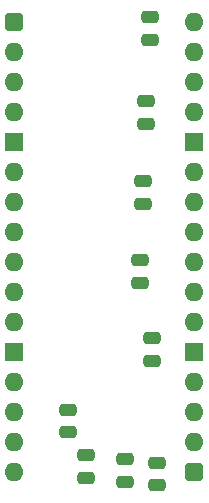
<source format=gbs>
%TF.GenerationSoftware,KiCad,Pcbnew,8.0.2*%
%TF.CreationDate,2024-06-06T18:43:39+02:00*%
%TF.ProjectId,HCP65 MPU Timer,48435036-3520-44d5-9055-2054696d6572,V1*%
%TF.SameCoordinates,PX54c81a0PY37b6b20*%
%TF.FileFunction,Soldermask,Bot*%
%TF.FilePolarity,Negative*%
%FSLAX46Y46*%
G04 Gerber Fmt 4.6, Leading zero omitted, Abs format (unit mm)*
G04 Created by KiCad (PCBNEW 8.0.2) date 2024-06-06 18:43:39*
%MOMM*%
%LPD*%
G01*
G04 APERTURE LIST*
G04 Aperture macros list*
%AMRoundRect*
0 Rectangle with rounded corners*
0 $1 Rounding radius*
0 $2 $3 $4 $5 $6 $7 $8 $9 X,Y pos of 4 corners*
0 Add a 4 corners polygon primitive as box body*
4,1,4,$2,$3,$4,$5,$6,$7,$8,$9,$2,$3,0*
0 Add four circle primitives for the rounded corners*
1,1,$1+$1,$2,$3*
1,1,$1+$1,$4,$5*
1,1,$1+$1,$6,$7*
1,1,$1+$1,$8,$9*
0 Add four rect primitives between the rounded corners*
20,1,$1+$1,$2,$3,$4,$5,0*
20,1,$1+$1,$4,$5,$6,$7,0*
20,1,$1+$1,$6,$7,$8,$9,0*
20,1,$1+$1,$8,$9,$2,$3,0*%
G04 Aperture macros list end*
%ADD10RoundRect,0.400000X-0.400000X-0.400000X0.400000X-0.400000X0.400000X0.400000X-0.400000X0.400000X0*%
%ADD11O,1.600000X1.600000*%
%ADD12R,1.600000X1.600000*%
%ADD13RoundRect,0.250000X-0.475000X0.250000X-0.475000X-0.250000X0.475000X-0.250000X0.475000X0.250000X0*%
%ADD14RoundRect,0.250000X0.475000X-0.250000X0.475000X0.250000X-0.475000X0.250000X-0.475000X-0.250000X0*%
G04 APERTURE END LIST*
D10*
%TO.C,J2*%
X0Y0D03*
D11*
X0Y-2540000D03*
X0Y-5080000D03*
X0Y-7620000D03*
D12*
X0Y-10160000D03*
D11*
X0Y-12700000D03*
X0Y-15240000D03*
X0Y-17780000D03*
X0Y-20320000D03*
X0Y-22860000D03*
X0Y-25400000D03*
D12*
X0Y-27940000D03*
D11*
X0Y-30480000D03*
X0Y-33020000D03*
X0Y-35560000D03*
X0Y-38100000D03*
D10*
X15240000Y-38100000D03*
D11*
X15240000Y-35560000D03*
X15240000Y-33020000D03*
X15240000Y-30480000D03*
D12*
X15240000Y-27940000D03*
D11*
X15240000Y-25400000D03*
X15240000Y-22860000D03*
X15240000Y-20320000D03*
X15240000Y-17780000D03*
X15240000Y-15240000D03*
X15240000Y-12700000D03*
D12*
X15240000Y-10160000D03*
D11*
X15240000Y-7620000D03*
X15240000Y-5080000D03*
X15240000Y-2540000D03*
X15240000Y0D03*
%TD*%
D13*
%TO.C,C15*%
X11465115Y418131D03*
X11465115Y-1481869D03*
%TD*%
%TO.C,C11*%
X10668000Y-20148000D03*
X10668000Y-22048000D03*
%TD*%
%TO.C,C5*%
X6096000Y-36658000D03*
X6096000Y-38558000D03*
%TD*%
%TO.C,C16*%
X10922000Y-13455263D03*
X10922000Y-15355263D03*
%TD*%
%TO.C,C8*%
X12065000Y-37293000D03*
X12065000Y-39193000D03*
%TD*%
%TO.C,C10*%
X11684000Y-26752000D03*
X11684000Y-28652000D03*
%TD*%
D14*
%TO.C,C6*%
X4572000Y-34716000D03*
X4572000Y-32816000D03*
%TD*%
%TO.C,C9*%
X9398000Y-38907000D03*
X9398000Y-37007000D03*
%TD*%
D13*
%TO.C,C7*%
X11176000Y-6686000D03*
X11176000Y-8586000D03*
%TD*%
M02*

</source>
